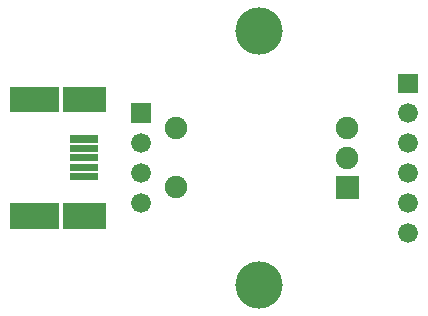
<source format=gbr>
G04 start of page 12 for group -4063 idx -4063 *
G04 Title: (unknown), componentmask *
G04 Creator: pcb 20110918 *
G04 CreationDate: Mon 28 Oct 2013 08:12:09 PM GMT UTC *
G04 For: tszabo *
G04 Format: Gerber/RS-274X *
G04 PCB-Dimensions: 157480 125984 *
G04 PCB-Coordinate-Origin: lower left *
%MOIN*%
%FSLAX25Y25*%
%LNTOPMASK*%
%ADD117R,0.0847X0.0847*%
%ADD116R,0.0236X0.0236*%
%ADD115C,0.0748*%
%ADD114C,0.0660*%
%ADD113C,0.0001*%
%ADD112C,0.1575*%
G54D112*X94488Y20669D03*
Y105315D03*
G54D113*G36*
X51817Y81213D02*Y74613D01*
X58417D01*
Y81213D01*
X51817D01*
G37*
G54D114*X55117Y67913D03*
Y57913D03*
Y47913D03*
G54D115*X66929Y53149D03*
Y72835D03*
G54D113*G36*
X140794Y91095D02*Y84495D01*
X147394D01*
Y91095D01*
X140794D01*
G37*
G54D114*X144094Y77795D03*
Y67795D03*
Y57795D03*
Y47795D03*
Y37795D03*
G54D113*G36*
X120276Y56889D02*Y49409D01*
X127756D01*
Y56889D01*
X120276D01*
G37*
G54D115*X124016Y62992D03*
Y72835D03*
G54D116*X32873Y69291D02*X39763D01*
G54D117*X15845Y82382D02*X23523D01*
X33562D02*X39271D01*
G54D116*X32873Y66142D02*X39763D01*
X32873Y62992D02*X39763D01*
X32873Y59842D02*X39763D01*
X32873Y56693D02*X39763D01*
G54D117*X15845Y43602D02*X23523D01*
X33562D02*X39271D01*
M02*

</source>
